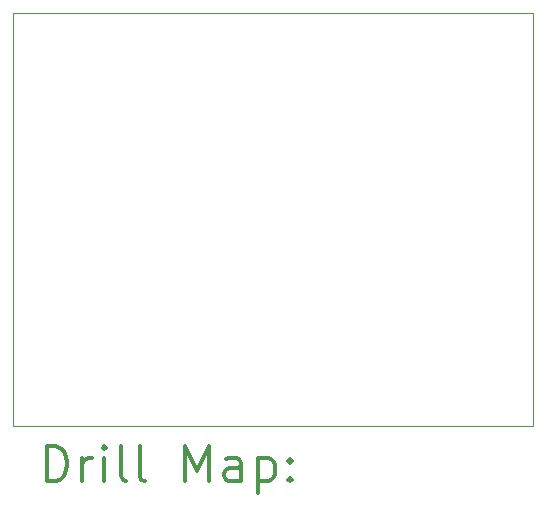
<source format=gbr>
%FSLAX45Y45*%
G04 Gerber Fmt 4.5, Leading zero omitted, Abs format (unit mm)*
G04 Created by KiCad (PCBNEW (5.1.5-0)) date 2022-05-19 14:53:56*
%MOMM*%
%LPD*%
G04 APERTURE LIST*
%TA.AperFunction,Profile*%
%ADD10C,0.050000*%
%TD*%
%ADD11C,0.200000*%
%ADD12C,0.300000*%
G04 APERTURE END LIST*
D10*
X11600000Y-9000000D02*
X11600000Y-5500000D01*
X16000000Y-9000000D02*
X11600000Y-9000000D01*
X16000000Y-5500000D02*
X16000000Y-9000000D01*
X11600000Y-5500000D02*
X16000000Y-5500000D01*
D11*
D12*
X11883928Y-9468214D02*
X11883928Y-9168214D01*
X11955357Y-9168214D01*
X11998214Y-9182500D01*
X12026786Y-9211072D01*
X12041071Y-9239643D01*
X12055357Y-9296786D01*
X12055357Y-9339643D01*
X12041071Y-9396786D01*
X12026786Y-9425357D01*
X11998214Y-9453929D01*
X11955357Y-9468214D01*
X11883928Y-9468214D01*
X12183928Y-9468214D02*
X12183928Y-9268214D01*
X12183928Y-9325357D02*
X12198214Y-9296786D01*
X12212500Y-9282500D01*
X12241071Y-9268214D01*
X12269643Y-9268214D01*
X12369643Y-9468214D02*
X12369643Y-9268214D01*
X12369643Y-9168214D02*
X12355357Y-9182500D01*
X12369643Y-9196786D01*
X12383928Y-9182500D01*
X12369643Y-9168214D01*
X12369643Y-9196786D01*
X12555357Y-9468214D02*
X12526786Y-9453929D01*
X12512500Y-9425357D01*
X12512500Y-9168214D01*
X12712500Y-9468214D02*
X12683928Y-9453929D01*
X12669643Y-9425357D01*
X12669643Y-9168214D01*
X13055357Y-9468214D02*
X13055357Y-9168214D01*
X13155357Y-9382500D01*
X13255357Y-9168214D01*
X13255357Y-9468214D01*
X13526786Y-9468214D02*
X13526786Y-9311072D01*
X13512500Y-9282500D01*
X13483928Y-9268214D01*
X13426786Y-9268214D01*
X13398214Y-9282500D01*
X13526786Y-9453929D02*
X13498214Y-9468214D01*
X13426786Y-9468214D01*
X13398214Y-9453929D01*
X13383928Y-9425357D01*
X13383928Y-9396786D01*
X13398214Y-9368214D01*
X13426786Y-9353929D01*
X13498214Y-9353929D01*
X13526786Y-9339643D01*
X13669643Y-9268214D02*
X13669643Y-9568214D01*
X13669643Y-9282500D02*
X13698214Y-9268214D01*
X13755357Y-9268214D01*
X13783928Y-9282500D01*
X13798214Y-9296786D01*
X13812500Y-9325357D01*
X13812500Y-9411072D01*
X13798214Y-9439643D01*
X13783928Y-9453929D01*
X13755357Y-9468214D01*
X13698214Y-9468214D01*
X13669643Y-9453929D01*
X13941071Y-9439643D02*
X13955357Y-9453929D01*
X13941071Y-9468214D01*
X13926786Y-9453929D01*
X13941071Y-9439643D01*
X13941071Y-9468214D01*
X13941071Y-9282500D02*
X13955357Y-9296786D01*
X13941071Y-9311072D01*
X13926786Y-9296786D01*
X13941071Y-9282500D01*
X13941071Y-9311072D01*
M02*

</source>
